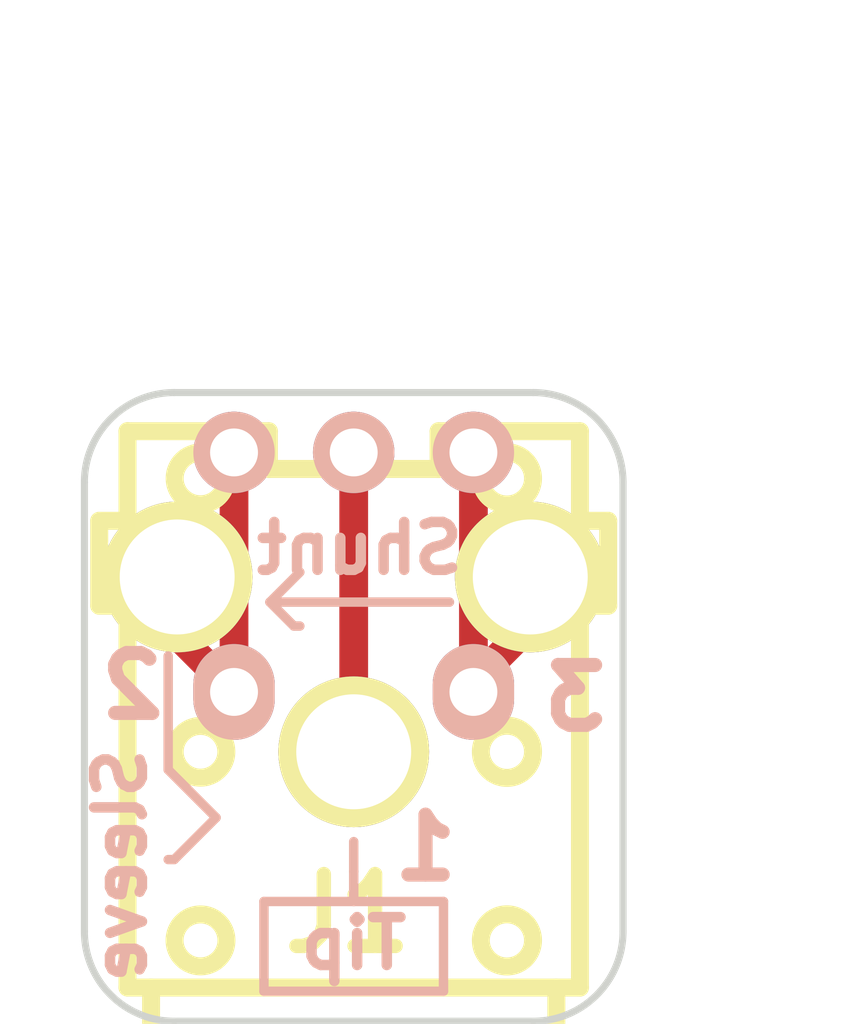
<source format=kicad_pcb>
(kicad_pcb (version 4) (host pcbnew 4.0.4-stable)

  (general
    (links 0)
    (no_connects 0)
    (area 141.529999 112.954999 153.110001 126.440001)
    (thickness 1.6)
    (drawings 30)
    (tracks 7)
    (zones 0)
    (modules 3)
    (nets 4)
  )

  (page A4)
  (layers
    (0 F.Cu signal hide)
    (31 B.Cu signal hide)
    (32 B.Adhes user)
    (33 F.Adhes user)
    (34 B.Paste user)
    (35 F.Paste user)
    (36 B.SilkS user)
    (37 F.SilkS user)
    (38 B.Mask user)
    (39 F.Mask user)
    (40 Dwgs.User user)
    (41 Cmts.User user)
    (42 Eco1.User user)
    (43 Eco2.User user)
    (44 Edge.Cuts user)
    (45 Margin user)
    (46 B.CrtYd user)
    (47 F.CrtYd user)
    (48 B.Fab user)
    (49 F.Fab user)
  )

  (setup
    (last_trace_width 0.6096)
    (user_trace_width 0.3048)
    (user_trace_width 0.6096)
    (trace_clearance 0.2)
    (zone_clearance 0.508)
    (zone_45_only no)
    (trace_min 0.2)
    (segment_width 0.2)
    (edge_width 0.15)
    (via_size 0.6)
    (via_drill 0.4)
    (via_min_size 0.4)
    (via_min_drill 0.3)
    (uvia_size 0.3)
    (uvia_drill 0.1)
    (uvias_allowed no)
    (uvia_min_size 0.2)
    (uvia_min_drill 0.1)
    (pcb_text_width 0.3)
    (pcb_text_size 1.5 1.5)
    (mod_edge_width 0.15)
    (mod_text_size 1 1)
    (mod_text_width 0.15)
    (pad_size 1.7272 1.7272)
    (pad_drill 1.016)
    (pad_to_mask_clearance 0)
    (aux_axis_origin 0 0)
    (visible_elements 7FFFFFFF)
    (pcbplotparams
      (layerselection 0x00030_80000001)
      (usegerberextensions false)
      (excludeedgelayer true)
      (linewidth 0.100000)
      (plotframeref false)
      (viasonmask false)
      (mode 1)
      (useauxorigin false)
      (hpglpennumber 1)
      (hpglpenspeed 20)
      (hpglpendiameter 15)
      (hpglpenoverlay 2)
      (psnegative false)
      (psa4output false)
      (plotreference true)
      (plotvalue true)
      (plotinvisibletext false)
      (padsonsilk false)
      (subtractmaskfromsilk false)
      (outputformat 1)
      (mirror false)
      (drillshape 1)
      (scaleselection 1)
      (outputdirectory ""))
  )

  (net 0 "")
  (net 1 "Net-(J1-Pad2)")
  (net 2 "Net-(J1-Pad1)")
  (net 3 "Net-(J1-Pad3)")

  (net_class Default "This is the default net class."
    (clearance 0.2)
    (trace_width 0.25)
    (via_dia 0.6)
    (via_drill 0.4)
    (uvia_dia 0.3)
    (uvia_drill 0.1)
    (add_net "Net-(J1-Pad1)")
    (add_net "Net-(J1-Pad2)")
    (add_net "Net-(J1-Pad3)")
  )

  (module myFootPrints:rca_yellow (layer F.Cu) (tedit 58E9AFBC) (tstamp 58E9879D)
    (at 147.32 120.65)
    (descr "RCA Audio connector, yellow, Pro Signal p/n PSG01547")
    (tags "rca, audio")
    (path /58E98517)
    (fp_text reference J1 (at -0.127 3.429) (layer F.SilkS)
      (effects (font (thickness 0.3048)))
    )
    (fp_text value JACK_2P (at 12.7 -3.81) (layer F.SilkS) hide
      (effects (font (thickness 0.3048)))
    )
    (fp_circle (center -3.2512 -5.79882) (end -3.79984 -5.79882) (layer F.SilkS) (width 0.381))
    (fp_circle (center 3.2512 -5.79882) (end 2.70002 -5.84962) (layer F.SilkS) (width 0.381))
    (fp_circle (center 3.2512 4.0005) (end 2.70002 4.04876) (layer F.SilkS) (width 0.381))
    (fp_circle (center -3.2512 4.0005) (end -3.79984 3.9497) (layer F.SilkS) (width 0.381))
    (fp_circle (center -3.2512 0) (end -3.79984 0) (layer F.SilkS) (width 0.381))
    (fp_circle (center 3.2512 0) (end 2.70002 -0.0508) (layer F.SilkS) (width 0.381))
    (fp_line (start -4.30022 5.00126) (end -4.30022 14.00048) (layer F.SilkS) (width 0.381))
    (fp_line (start -4.30022 14.00048) (end 4.30022 14.00048) (layer F.SilkS) (width 0.381))
    (fp_line (start 4.30022 14.00048) (end 4.30022 5.00126) (layer F.SilkS) (width 0.381))
    (fp_line (start 4.8006 -4.89966) (end 5.40004 -4.89966) (layer F.SilkS) (width 0.381))
    (fp_line (start 5.40004 -4.89966) (end 5.40004 -3.0988) (layer F.SilkS) (width 0.381))
    (fp_line (start 5.40004 -3.0988) (end 4.8006 -3.0988) (layer F.SilkS) (width 0.381))
    (fp_line (start -5.40004 -4.89966) (end -4.8006 -4.89966) (layer F.SilkS) (width 0.381))
    (fp_line (start -4.8006 -3.0988) (end -5.40004 -3.0988) (layer F.SilkS) (width 0.381))
    (fp_line (start -5.40004 -3.0988) (end -5.40004 -4.89966) (layer F.SilkS) (width 0.381))
    (fp_line (start -4.8006 -6.79958) (end -1.80086 -6.79958) (layer F.SilkS) (width 0.381))
    (fp_line (start -1.80086 -6.79958) (end -1.80086 -5.99948) (layer F.SilkS) (width 0.381))
    (fp_line (start -1.80086 -5.99948) (end 1.80086 -5.99948) (layer F.SilkS) (width 0.381))
    (fp_line (start 1.80086 -5.99948) (end 1.80086 -6.79958) (layer F.SilkS) (width 0.381))
    (fp_line (start 1.80086 -6.79958) (end 4.8006 -6.79958) (layer F.SilkS) (width 0.381))
    (fp_line (start 4.8006 5.00126) (end -4.8006 5.00126) (layer F.SilkS) (width 0.381))
    (fp_line (start -4.8006 4.99872) (end -4.8006 -6.80212) (layer F.SilkS) (width 0.381))
    (fp_line (start 4.8006 -6.79958) (end 4.8006 5.00126) (layer F.SilkS) (width 0.381))
    (pad 3 thru_hole circle (at 3.7465 -3.7084) (size 3.19786 3.19786) (drill 2.4384) (layers *.Cu *.Mask F.SilkS)
      (net 3 "Net-(J1-Pad3)"))
    (pad 2 thru_hole circle (at 0 0) (size 3.19786 3.19786) (drill 2.4384) (layers *.Cu *.Mask F.SilkS)
      (net 1 "Net-(J1-Pad2)"))
    (pad 1 thru_hole circle (at -3.7465 -3.7084) (size 3.19786 3.19786) (drill 2.4384) (layers *.Cu *.Mask F.SilkS)
      (net 2 "Net-(J1-Pad1)"))
    (model ../../../../../../Users/MakersBox/Dropbox/KiCad2015/myFootPrints.pretty/rca_yellow.wrl
      (at (xyz 0 0 0))
      (scale (xyz 1 1 1))
      (rotate (xyz 0 0 0))
    )
  )

  (module Pin_Headers:Pin_Header_Straight_1x03 (layer B.Cu) (tedit 58E98D72) (tstamp 58E98BFC)
    (at 144.78 119.38 270)
    (descr "Through hole pin header")
    (tags "pin header")
    (path /58E98A6E)
    (fp_text reference P2 (at 0 -6.35 270) (layer B.SilkS) hide
      (effects (font (size 1 1) (thickness 0.15)) (justify mirror))
    )
    (fp_text value CONN_01X03 (at 0 3.1 270) (layer B.Fab)
      (effects (font (size 1 1) (thickness 0.15)) (justify mirror))
    )
    (pad 1 thru_hole oval (at 0 0 270) (size 2.032 1.7272) (drill 1.016) (layers *.Cu *.Mask B.SilkS)
      (net 2 "Net-(J1-Pad1)"))
    (pad 3 thru_hole oval (at 0 -5.08 270) (size 2.032 1.7272) (drill 1.016) (layers *.Cu *.Mask B.SilkS)
      (net 3 "Net-(J1-Pad3)"))
    (model Pin_Headers.3dshapes/Pin_Header_Straight_1x03.wrl
      (at (xyz 0 -0.1 0))
      (scale (xyz 1 1 1))
      (rotate (xyz 0 0 90))
    )
  )

  (module Pin_Headers:Pin_Header_Straight_1x03 (layer B.Cu) (tedit 58E9903C) (tstamp 58E98ADD)
    (at 144.78 114.3 270)
    (descr "Through hole pin header")
    (tags "pin header")
    (path /58E98B8F)
    (fp_text reference P1 (at 0 -6.35 270) (layer B.SilkS) hide
      (effects (font (size 1 1) (thickness 0.15)) (justify mirror))
    )
    (fp_text value CONN_01X03 (at 0 3.1 270) (layer B.Fab)
      (effects (font (size 1 1) (thickness 0.15)) (justify mirror))
    )
    (pad 1 thru_hole circle (at 0 0 270) (size 1.7272 1.7272) (drill 1.016) (layers *.Cu *.Mask B.SilkS)
      (net 2 "Net-(J1-Pad1)"))
    (pad 2 thru_hole circle (at 0 -2.54 270) (size 1.7272 1.7272) (drill 1.016) (layers *.Cu *.Mask B.SilkS)
      (net 1 "Net-(J1-Pad2)"))
    (pad 3 thru_hole oval (at 0 -5.08 270) (size 1.7272 1.7272) (drill 1.016) (layers *.Cu *.Mask B.SilkS)
      (net 3 "Net-(J1-Pad3)"))
    (model Pin_Headers.3dshapes/Pin_Header_Straight_1x03.wrl
      (at (xyz 0 -0.1 0))
      (scale (xyz 1 1 1))
      (rotate (xyz 0 0 90))
    )
  )

  (gr_line (start 143.51 126.365) (end 151.13 126.365) (angle 90) (layer Edge.Cuts) (width 0.15))
  (gr_line (start 143.51 113.03) (end 151.13 113.03) (angle 90) (layer Edge.Cuts) (width 0.15))
  (gr_line (start 143.51 122.936) (end 143.383 122.936) (angle 90) (layer B.SilkS) (width 0.2))
  (gr_line (start 144.399 122.047) (end 143.51 122.936) (angle 90) (layer B.SilkS) (width 0.2))
  (gr_line (start 143.383 121.031) (end 144.399 122.047) (angle 90) (layer B.SilkS) (width 0.2))
  (gr_line (start 143.383 118.618) (end 143.383 121.031) (angle 90) (layer B.SilkS) (width 0.2))
  (gr_line (start 146.05 117.983) (end 146.177 117.983) (angle 90) (layer B.SilkS) (width 0.2))
  (gr_line (start 145.542 117.475) (end 146.05 117.983) (angle 90) (layer B.SilkS) (width 0.2))
  (gr_line (start 145.542 117.475) (end 146.177 116.84) (angle 90) (layer B.SilkS) (width 0.2))
  (gr_line (start 149.352 117.475) (end 145.542 117.475) (angle 90) (layer B.SilkS) (width 0.2))
  (gr_text "Switchcraft Inc.\nPJRAN1X1U01X" (at 148.971 107.315) (layer Dwgs.User)
    (effects (font (size 1.5 1.5) (thickness 0.3)))
  )
  (gr_text 3 (at 152.019 119.507) (layer B.SilkS)
    (effects (font (size 1.27 1.27) (thickness 0.3)) (justify mirror))
  )
  (gr_text 2 (at 142.621 119.253) (layer B.SilkS)
    (effects (font (size 1.27 1.27) (thickness 0.3)) (justify mirror))
  )
  (gr_text 1 (at 148.844 122.682) (layer B.SilkS)
    (effects (font (size 1.27 1.27) (thickness 0.3)) (justify mirror))
  )
  (gr_text Shunt (at 147.447 116.332) (layer B.SilkS)
    (effects (font (size 1.016 1.016) (thickness 0.22225)) (justify mirror))
  )
  (gr_text Tip (at 147.32 124.714) (layer B.SilkS)
    (effects (font (size 1.016 1.016) (thickness 0.22225)) (justify mirror))
  )
  (gr_text Sleeve (at 142.367 123.063 90) (layer B.SilkS)
    (effects (font (size 1.016 1.016) (thickness 0.22225)) (justify mirror))
  )
  (gr_line (start 147.32 123.19) (end 147.32 123.825) (angle 90) (layer B.SilkS) (width 0.2))
  (gr_line (start 147.32 123.19) (end 147.32 122.555) (angle 90) (layer B.SilkS) (width 0.2))
  (gr_line (start 149.225 123.825) (end 147.32 123.825) (angle 90) (layer B.SilkS) (width 0.2))
  (gr_line (start 149.225 125.73) (end 149.225 123.825) (angle 90) (layer B.SilkS) (width 0.2))
  (gr_line (start 145.415 125.73) (end 149.225 125.73) (angle 90) (layer B.SilkS) (width 0.2))
  (gr_line (start 145.415 123.825) (end 145.415 125.73) (angle 90) (layer B.SilkS) (width 0.2))
  (gr_line (start 147.32 123.825) (end 145.415 123.825) (angle 90) (layer B.SilkS) (width 0.2))
  (gr_line (start 141.605 124.46) (end 141.605 114.935) (angle 90) (layer Edge.Cuts) (width 0.15))
  (gr_line (start 153.035 114.935) (end 153.035 124.46) (angle 90) (layer Edge.Cuts) (width 0.15))
  (gr_arc (start 143.51 124.46) (end 143.51 126.365) (angle 90) (layer Edge.Cuts) (width 0.15))
  (gr_arc (start 151.13 124.46) (end 153.035 124.46) (angle 90) (layer Edge.Cuts) (width 0.15))
  (gr_arc (start 143.51 114.935) (end 141.605 114.935) (angle 90) (layer Edge.Cuts) (width 0.15))
  (gr_arc (start 151.13 114.935) (end 151.13 113.03) (angle 90) (layer Edge.Cuts) (width 0.15))

  (segment (start 147.32 114.3) (end 147.32 120.65) (width 0.6096) (layer F.Cu) (net 1))
  (segment (start 142.2654 116.65204) (end 142.2654 116.8654) (width 0.6096) (layer F.Cu) (net 2))
  (segment (start 142.2654 116.8654) (end 144.78 119.38) (width 0.6096) (layer F.Cu) (net 2) (tstamp 58E990AF))
  (segment (start 144.78 114.3) (end 144.78 119.38) (width 0.6096) (layer F.Cu) (net 2))
  (segment (start 149.86 114.3) (end 149.86 119.38) (width 0.6096) (layer F.Cu) (net 3))
  (segment (start 149.86 119.38) (end 149.86 119.16664) (width 0.6096) (layer F.Cu) (net 3))
  (segment (start 149.86 119.16664) (end 152.3746 116.65204) (width 0.6096) (layer F.Cu) (net 3) (tstamp 58E990B3))

)

</source>
